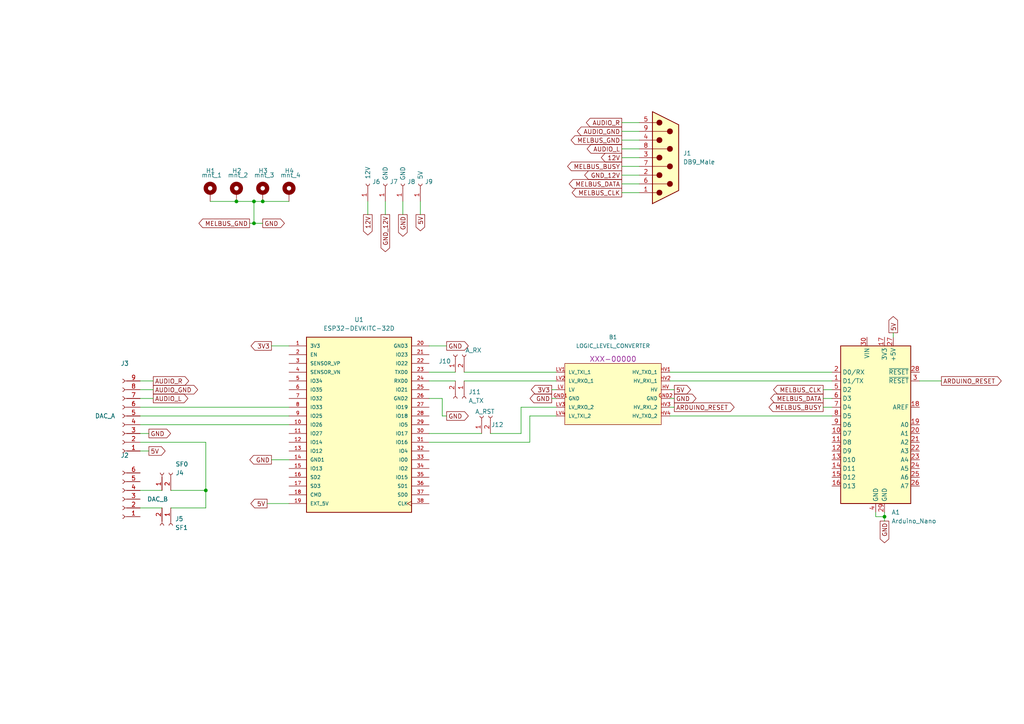
<source format=kicad_sch>
(kicad_sch (version 20211123) (generator eeschema)
  (paper "A4")
  (title_block (title "Prototype Volvo MELBUS compatible bluetooth receiver"))
  (lib_symbols
    (symbol "Connector:Conn_01x01_Female" (pin_names (offset 1.016) hide)
      (property "Reference" "J" (at 0 2.54 0))
      (property "Value" "Conn_01x01_Female" (at 0 -2.54 0))
      (symbol "Conn_01x01_Female_1_1"
        (polyline (pts (xy -1.27 0) (xy -0.508 0)) (stroke (width 0.1524)))
        (arc (start 0 0.508) (mid -0.508 0) (end 0 -0.508) (stroke (width 0.1524)))
        (pin passive line (at -5.08 0 0) (length 3.81) (name "Pin_1") (number "1"))
      )
    )
    (symbol "Connector:Conn_01x02_Female" (pin_names (offset 1.016) hide)
      (property "Reference" "J" (at 0 2.54 0))
      (property "Value" "Conn_01x02_Female" (at 0 -5.08 0))
      (symbol "Conn_01x02_Female_1_1"
        (arc (start 0 -2.032) (mid -0.508 -2.54) (end 0 -3.048) (stroke (width 0.1524)))
        (polyline (pts (xy -1.27 -2.54) (xy -0.508 -2.54)) (stroke (width 0.1524)))
        (polyline (pts (xy -1.27 0) (xy -0.508 0)) (stroke (width 0.1524)))
        (arc (start 0 0.508) (mid -0.508 0) (end 0 -0.508) (stroke (width 0.1524)))
        (pin passive line (at -5.08 0 0) (length 3.81) (name "Pin_1") (number "1"))
        (pin passive line (at -5.08 -2.54 0) (length 3.81) (name "Pin_2") (number "2"))
      )
    )
    (symbol "Connector:Conn_01x06_Female" (pin_names (offset 1.016) hide)
      (property "Reference" "J" (at 0 7.62 0))
      (property "Value" "Conn_01x06_Female" (at 0 -10.16 0))
      (symbol "Conn_01x06_Female_1_1"
        (arc (start 0 -7.112) (mid -0.508 -7.62) (end 0 -8.128) (stroke (width 0.1524)))
        (arc (start 0 -4.572) (mid -0.508 -5.08) (end 0 -5.588) (stroke (width 0.1524)))
        (arc (start 0 -2.032) (mid -0.508 -2.54) (end 0 -3.048) (stroke (width 0.1524)))
        (polyline (pts (xy -1.27 -7.62) (xy -0.508 -7.62)) (stroke (width 0.1524)))
        (polyline (pts (xy -1.27 -5.08) (xy -0.508 -5.08)) (stroke (width 0.1524)))
        (polyline (pts (xy -1.27 -2.54) (xy -0.508 -2.54)) (stroke (width 0.1524)))
        (polyline (pts (xy -1.27 0) (xy -0.508 0)) (stroke (width 0.1524)))
        (polyline (pts (xy -1.27 2.54) (xy -0.508 2.54)) (stroke (width 0.1524)))
        (polyline (pts (xy -1.27 5.08) (xy -0.508 5.08)) (stroke (width 0.1524)))
        (arc (start 0 0.508) (mid -0.508 0) (end 0 -0.508) (stroke (width 0.1524)))
        (arc (start 0 3.048) (mid -0.508 2.54) (end 0 2.032) (stroke (width 0.1524)))
        (arc (start 0 5.588) (mid -0.508 5.08) (end 0 4.572) (stroke (width 0.1524)))
        (pin passive line (at -5.08 5.08 0) (length 3.81) (name "Pin_1") (number "1"))
        (pin passive line (at -5.08 2.54 0) (length 3.81) (name "Pin_2") (number "2"))
        (pin passive line (at -5.08 0 0) (length 3.81) (name "Pin_3") (number "3"))
        (pin passive line (at -5.08 -2.54 0) (length 3.81) (name "Pin_4") (number "4"))
        (pin passive line (at -5.08 -5.08 0) (length 3.81) (name "Pin_5") (number "5"))
        (pin passive line (at -5.08 -7.62 0) (length 3.81) (name "Pin_6") (number "6"))
      )
    )
    (symbol "Connector:Conn_01x09_Female" (pin_names (offset 1.016) hide)
      (property "Reference" "J" (at 0 12.7 0))
      (property "Value" "Conn_01x09_Female" (at 0 -12.7 0))
      (symbol "Conn_01x09_Female_1_1"
        (arc (start 0 -9.652) (mid -0.508 -10.16) (end 0 -10.668) (stroke (width 0.1524)))
        (arc (start 0 -7.112) (mid -0.508 -7.62) (end 0 -8.128) (stroke (width 0.1524)))
        (arc (start 0 -4.572) (mid -0.508 -5.08) (end 0 -5.588) (stroke (width 0.1524)))
        (arc (start 0 -2.032) (mid -0.508 -2.54) (end 0 -3.048) (stroke (width 0.1524)))
        (polyline (pts (xy -1.27 -10.16) (xy -0.508 -10.16)) (stroke (width 0.1524)))
        (polyline (pts (xy -1.27 -7.62) (xy -0.508 -7.62)) (stroke (width 0.1524)))
        (polyline (pts (xy -1.27 -5.08) (xy -0.508 -5.08)) (stroke (width 0.1524)))
        (polyline (pts (xy -1.27 -2.54) (xy -0.508 -2.54)) (stroke (width 0.1524)))
        (polyline (pts (xy -1.27 0) (xy -0.508 0)) (stroke (width 0.1524)))
        (polyline (pts (xy -1.27 2.54) (xy -0.508 2.54)) (stroke (width 0.1524)))
        (polyline (pts (xy -1.27 5.08) (xy -0.508 5.08)) (stroke (width 0.1524)))
        (polyline (pts (xy -1.27 7.62) (xy -0.508 7.62)) (stroke (width 0.1524)))
        (polyline (pts (xy -1.27 10.16) (xy -0.508 10.16)) (stroke (width 0.1524)))
        (arc (start 0 0.508) (mid -0.508 0) (end 0 -0.508) (stroke (width 0.1524)))
        (arc (start 0 3.048) (mid -0.508 2.54) (end 0 2.032) (stroke (width 0.1524)))
        (arc (start 0 5.588) (mid -0.508 5.08) (end 0 4.572) (stroke (width 0.1524)))
        (arc (start 0 8.128) (mid -0.508 7.62) (end 0 7.112) (stroke (width 0.1524)))
        (arc (start 0 10.668) (mid -0.508 10.16) (end 0 9.652) (stroke (width 0.1524)))
        (pin passive line (at -5.08 10.16 0) (length 3.81) (name "Pin_1") (number "1"))
        (pin passive line (at -5.08 7.62 0) (length 3.81) (name "Pin_2") (number "2"))
        (pin passive line (at -5.08 5.08 0) (length 3.81) (name "Pin_3") (number "3"))
        (pin passive line (at -5.08 2.54 0) (length 3.81) (name "Pin_4") (number "4"))
        (pin passive line (at -5.08 0 0) (length 3.81) (name "Pin_5") (number "5"))
        (pin passive line (at -5.08 -2.54 0) (length 3.81) (name "Pin_6") (number "6"))
        (pin passive line (at -5.08 -5.08 0) (length 3.81) (name "Pin_7") (number "7"))
        (pin passive line (at -5.08 -7.62 0) (length 3.81) (name "Pin_8") (number "8"))
        (pin passive line (at -5.08 -10.16 0) (length 3.81) (name "Pin_9") (number "9"))
      )
    )
    (symbol "Connector:DB9_Male" (pin_names (offset 1.016) hide)
      (property "Reference" "J" (at 0 13.97 0))
      (property "Value" "DB9_Male" (at 0 -14.605 0))
      (symbol "DB9_Male_0_1"
        (circle (center -1.778 -10.16) (radius 0.762) (fill (type outline)))
        (circle (center -1.778 -5.08) (radius 0.762) (fill (type outline)))
        (circle (center -1.778 0) (radius 0.762) (fill (type outline)))
        (circle (center -1.778 5.08) (radius 0.762) (fill (type outline)))
        (circle (center -1.778 10.16) (radius 0.762) (fill (type outline)))
        (polyline (pts (xy -3.81 -10.16) (xy -2.54 -10.16)))
        (polyline (pts (xy -3.81 -7.62) (xy 0.508 -7.62)))
        (polyline (pts (xy -3.81 -5.08) (xy -2.54 -5.08)))
        (polyline (pts (xy -3.81 -2.54) (xy 0.508 -2.54)))
        (polyline (pts (xy -3.81 0) (xy -2.54 0)))
        (polyline (pts (xy -3.81 2.54) (xy 0.508 2.54)))
        (polyline (pts (xy -3.81 5.08) (xy -2.54 5.08)))
        (polyline (pts (xy -3.81 7.62) (xy 0.508 7.62)))
        (polyline (pts (xy -3.81 10.16) (xy -2.54 10.16)))
        (polyline (pts (xy -3.81 -13.335) (xy -3.81 13.335) (xy 3.81 9.525) (xy 3.81 -9.525) (xy -3.81 -13.335)) (stroke (width 0.254)) (fill (type background)))
        (circle (center 1.27 -7.62) (radius 0.762) (fill (type outline)))
        (circle (center 1.27 -2.54) (radius 0.762) (fill (type outline)))
        (circle (center 1.27 2.54) (radius 0.762) (fill (type outline)))
        (circle (center 1.27 7.62) (radius 0.762) (fill (type outline)))
      )
      (symbol "DB9_Male_1_1"
        (pin passive line (at -7.62 -10.16 0) (length 3.81) (name "1") (number "1"))
        (pin passive line (at -7.62 -5.08 0) (length 3.81) (name "2") (number "2"))
        (pin passive line (at -7.62 0 0) (length 3.81) (name "3") (number "3"))
        (pin passive line (at -7.62 5.08 0) (length 3.81) (name "4") (number "4"))
        (pin passive line (at -7.62 10.16 0) (length 3.81) (name "5") (number "5"))
        (pin passive line (at -7.62 -7.62 0) (length 3.81) (name "6") (number "6"))
        (pin passive line (at -7.62 -2.54 0) (length 3.81) (name "7") (number "7"))
        (pin passive line (at -7.62 2.54 0) (length 3.81) (name "8") (number "8"))
        (pin passive line (at -7.62 7.62 0) (length 3.81) (name "9") (number "9"))
      )
    )
    (symbol "ESP32-DEVKITC-32D:ESP32-DEVKITC-32D" (pin_names (offset 1.016))
      (property "Reference" "U" (at -15.2654 26.0604 0))
      (property "Value" "ESP32-DEVKITC-32D" (at -15.2654 -27.9654 0))
      (symbol "ESP32-DEVKITC-32D_0_0"
        (rectangle (start -15.24 -25.4) (end 15.24 25.4) (stroke (width 0.254)) (fill (type background)))
        (pin power_in line (at -20.32 22.86 0) (length 5.08) (name "3V3") (number "1"))
        (pin bidirectional line (at -20.32 0 0) (length 5.08) (name "IO26") (number "10"))
        (pin bidirectional line (at -20.32 -2.54 0) (length 5.08) (name "IO27") (number "11"))
        (pin bidirectional line (at -20.32 -5.08 0) (length 5.08) (name "IO14") (number "12"))
        (pin bidirectional line (at -20.32 -7.62 0) (length 5.08) (name "IO12") (number "13"))
        (pin power_in line (at -20.32 -10.16 0) (length 5.08) (name "GND1") (number "14"))
        (pin bidirectional line (at -20.32 -12.7 0) (length 5.08) (name "IO13") (number "15"))
        (pin bidirectional line (at -20.32 -15.24 0) (length 5.08) (name "SD2") (number "16"))
        (pin bidirectional line (at -20.32 -17.78 0) (length 5.08) (name "SD3") (number "17"))
        (pin bidirectional line (at -20.32 -20.32 0) (length 5.08) (name "CMD") (number "18"))
        (pin power_in line (at -20.32 -22.86 0) (length 5.08) (name "EXT_5V") (number "19"))
        (pin input line (at -20.32 20.32 0) (length 5.08) (name "EN") (number "2"))
        (pin power_in line (at 20.32 22.86 180) (length 5.08) (name "GND3") (number "20"))
        (pin bidirectional line (at 20.32 20.32 180) (length 5.08) (name "IO23") (number "21"))
        (pin bidirectional line (at 20.32 17.78 180) (length 5.08) (name "IO22") (number "22"))
        (pin output line (at 20.32 15.24 180) (length 5.08) (name "TXD0") (number "23"))
        (pin input line (at 20.32 12.7 180) (length 5.08) (name "RXD0") (number "24"))
        (pin bidirectional line (at 20.32 10.16 180) (length 5.08) (name "IO21") (number "25"))
        (pin power_in line (at 20.32 7.62 180) (length 5.08) (name "GND2") (number "26"))
        (pin bidirectional line (at 20.32 5.08 180) (length 5.08) (name "IO19") (number "27"))
        (pin bidirectional line (at 20.32 2.54 180) (length 5.08) (name "IO18") (number "28"))
        (pin bidirectional line (at 20.32 0 180) (length 5.08) (name "IO5") (number "29"))
        (pin input line (at -20.32 17.78 0) (length 5.08) (name "SENSOR_VP") (number "3"))
        (pin bidirectional line (at 20.32 -2.54 180) (length 5.08) (name "IO17") (number "30"))
        (pin bidirectional line (at 20.32 -5.08 180) (length 5.08) (name "IO16") (number "31"))
        (pin bidirectional line (at 20.32 -7.62 180) (length 5.08) (name "IO4") (number "32"))
        (pin bidirectional line (at 20.32 -10.16 180) (length 5.08) (name "IO0") (number "33"))
        (pin bidirectional line (at 20.32 -12.7 180) (length 5.08) (name "IO2") (number "34"))
        (pin bidirectional line (at 20.32 -15.24 180) (length 5.08) (name "IO15") (number "35"))
        (pin bidirectional line (at 20.32 -17.78 180) (length 5.08) (name "SD1") (number "36"))
        (pin bidirectional line (at 20.32 -20.32 180) (length 5.08) (name "SD0") (number "37"))
        (pin input clock (at 20.32 -22.86 180) (length 5.08) (name "CLK") (number "38"))
        (pin input line (at -20.32 15.24 0) (length 5.08) (name "SENSOR_VN") (number "4"))
        (pin bidirectional line (at -20.32 12.7 0) (length 5.08) (name "IO34") (number "5"))
        (pin bidirectional line (at -20.32 10.16 0) (length 5.08) (name "IO35") (number "6"))
        (pin bidirectional line (at -20.32 7.62 0) (length 5.08) (name "IO32") (number "7"))
        (pin bidirectional line (at -20.32 5.08 0) (length 5.08) (name "IO33") (number "8"))
        (pin bidirectional line (at -20.32 2.54 0) (length 5.08) (name "IO25") (number "9"))
      )
    )
    (symbol "MCU_Module:Arduino_Nano_v3.x"
      (property "Reference" "A" (at -10.16 23.495 0))
      (property "Value" "Arduino_Nano_v3.x" (at 5.08 -24.13 0))
      (symbol "Arduino_Nano_v3.x_0_1"
        (rectangle (start -10.16 22.86) (end 10.16 -22.86) (stroke (width 0.254)) (fill (type background)))
      )
      (symbol "Arduino_Nano_v3.x_1_1"
        (pin bidirectional line (at -12.7 12.7 0) (length 2.54) (name "D1/TX") (number "1"))
        (pin bidirectional line (at -12.7 -2.54 0) (length 2.54) (name "D7") (number "10"))
        (pin bidirectional line (at -12.7 -5.08 0) (length 2.54) (name "D8") (number "11"))
        (pin bidirectional line (at -12.7 -7.62 0) (length 2.54) (name "D9") (number "12"))
        (pin bidirectional line (at -12.7 -10.16 0) (length 2.54) (name "D10") (number "13"))
        (pin bidirectional line (at -12.7 -12.7 0) (length 2.54) (name "D11") (number "14"))
        (pin bidirectional line (at -12.7 -15.24 0) (length 2.54) (name "D12") (number "15"))
        (pin bidirectional line (at -12.7 -17.78 0) (length 2.54) (name "D13") (number "16"))
        (pin power_out line (at 2.54 25.4 270) (length 2.54) (name "3V3") (number "17"))
        (pin input line (at 12.7 5.08 180) (length 2.54) (name "AREF") (number "18"))
        (pin bidirectional line (at 12.7 0 180) (length 2.54) (name "A0") (number "19"))
        (pin bidirectional line (at -12.7 15.24 0) (length 2.54) (name "D0/RX") (number "2"))
        (pin bidirectional line (at 12.7 -2.54 180) (length 2.54) (name "A1") (number "20"))
        (pin bidirectional line (at 12.7 -5.08 180) (length 2.54) (name "A2") (number "21"))
        (pin bidirectional line (at 12.7 -7.62 180) (length 2.54) (name "A3") (number "22"))
        (pin bidirectional line (at 12.7 -10.16 180) (length 2.54) (name "A4") (number "23"))
        (pin bidirectional line (at 12.7 -12.7 180) (length 2.54) (name "A5") (number "24"))
        (pin bidirectional line (at 12.7 -15.24 180) (length 2.54) (name "A6") (number "25"))
        (pin bidirectional line (at 12.7 -17.78 180) (length 2.54) (name "A7") (number "26"))
        (pin power_out line (at 5.08 25.4 270) (length 2.54) (name "+5V") (number "27"))
        (pin input line (at 12.7 15.24 180) (length 2.54) (name "~{RESET}") (number "28"))
        (pin power_in line (at 2.54 -25.4 90) (length 2.54) (name "GND") (number "29"))
        (pin input line (at 12.7 12.7 180) (length 2.54) (name "~{RESET}") (number "3"))
        (pin power_in line (at -2.54 25.4 270) (length 2.54) (name "VIN") (number "30"))
        (pin power_in line (at 0 -25.4 90) (length 2.54) (name "GND") (number "4"))
        (pin bidirectional line (at -12.7 10.16 0) (length 2.54) (name "D2") (number "5"))
        (pin bidirectional line (at -12.7 7.62 0) (length 2.54) (name "D3") (number "6"))
        (pin bidirectional line (at -12.7 5.08 0) (length 2.54) (name "D4") (number "7"))
        (pin bidirectional line (at -12.7 2.54 0) (length 2.54) (name "D5") (number "8"))
        (pin bidirectional line (at -12.7 0 0) (length 2.54) (name "D6") (number "9"))
      )
    )
    (symbol "Mechanical:MountingHole_Pad" (pin_numbers hide) (pin_names (offset 1.016) hide)
      (property "Reference" "H" (at 0 6.35 0))
      (property "Value" "MountingHole_Pad" (at 0 4.445 0))
      (symbol "MountingHole_Pad_0_1"
        (circle (center 0 1.27) (radius 1.27) (stroke (width 1.27)))
      )
      (symbol "MountingHole_Pad_1_1"
        (pin input line (at 0 -2.54 90) (length 2.54) (name "1") (number "1"))
      )
    )
    (symbol "SparkFun-Boards:SPARKFUN_LOGIC_LEVEL_CONVERTER" (pin_names (offset 1.016))
      (property "Reference" "B" (at -13.97 11.43 0))
      (property "Value" "SPARKFUN_LOGIC_LEVEL_CONVERTER" (at -13.97 -10.16 0))
      (property "Field4" "XXX-00000" (at 0 12.7 0))
      (symbol "SPARKFUN_LOGIC_LEVEL_CONVERTER_1_1"
        (polyline (pts (xy -13.97 -7.62) (xy -13.97 10.16) (xy 13.97 10.16) (xy 13.97 -7.62) (xy -13.97 -7.62)) (fill (type background)))
        (pin power_in line (at -16.51 0 0) (length 2.54) (name "GND") (number "GND1"))
        (pin power_in line (at 16.51 0 180) (length 2.54) (name "GND") (number "GND2"))
        (pin power_in line (at 16.51 2.54 180) (length 2.54) (name "HV") (number "HV"))
        (pin bidirectional line (at 16.51 7.62 180) (length 2.54) (name "HV_TXO_1") (number "HV1"))
        (pin bidirectional line (at 16.51 5.08 180) (length 2.54) (name "HV_RXI_1") (number "HV2"))
        (pin bidirectional line (at 16.51 -2.54 180) (length 2.54) (name "HV_RXI_2") (number "HV3"))
        (pin bidirectional line (at 16.51 -5.08 180) (length 2.54) (name "HV_TXO_2") (number "HV4"))
        (pin power_in line (at -16.51 2.54 0) (length 2.54) (name "LV") (number "LV"))
        (pin bidirectional line (at -16.51 7.62 0) (length 2.54) (name "LV_TXI_1") (number "LV1"))
        (pin bidirectional line (at -16.51 5.08 0) (length 2.54) (name "LV_RXO_1") (number "LV2"))
        (pin bidirectional line (at -16.51 -2.54 0) (length 2.54) (name "LV_RXO_2") (number "LV3"))
        (pin bidirectional line (at -16.51 -5.08 0) (length 2.54) (name "LV_TXI_2") (number "LV4"))
      )
    )
  )
  (junction (at 73.66 64.77))
  (junction (at 256.54 149.86))
  (junction (at 59.69 142.24))
  (junction (at 68.58 58.42))
  (junction (at 73.66 58.42))
  (junction (at 76.2 58.42))
  (wire (pts (xy 194.31 113.03) (xy 195.58 113.03)))
  (wire (pts (xy 153.67 120.65) (xy 161.29 120.65)))
  (wire (pts (xy 180.34 38.1) (xy 185.42 38.1)))
  (wire (pts (xy 111.76 58.42) (xy 111.76 62.23)))
  (wire (pts (xy 180.34 50.8) (xy 185.42 50.8)))
  (wire (pts (xy 134.62 110.49) (xy 161.29 110.49)))
  (wire (pts (xy 59.69 128.27) (xy 40.64 128.27)))
  (wire (pts (xy 180.34 53.34) (xy 185.42 53.34)))
  (wire (pts (xy 238.76 113.03) (xy 241.3 113.03)))
  (wire (pts (xy 124.46 125.73) (xy 139.7 125.73)))
  (wire (pts (xy 60.96 58.42) (xy 68.58 58.42)))
  (wire (pts (xy 180.34 43.18) (xy 185.42 43.18)))
  (wire (pts (xy 180.34 55.88) (xy 185.42 55.88)))
  (wire (pts (xy 254 149.86) (xy 254 148.59)))
  (wire (pts (xy 40.64 110.49) (xy 44.45 110.49)))
  (wire (pts (xy 194.31 120.65) (xy 241.3 120.65)))
  (wire (pts (xy 106.68 58.42) (xy 106.68 62.23)))
  (wire (pts (xy 73.66 58.42) (xy 73.66 64.77)))
  (wire (pts (xy 256.54 148.59) (xy 256.54 149.86)))
  (wire (pts (xy 40.64 118.11) (xy 83.82 118.11)))
  (wire (pts (xy 59.69 142.24) (xy 59.69 128.27)))
  (wire (pts (xy 40.64 142.24) (xy 46.99 142.24)))
  (wire (pts (xy 73.66 58.42) (xy 76.2 58.42)))
  (wire (pts (xy 194.31 107.95) (xy 241.3 107.95)))
  (wire (pts (xy 73.66 64.77) (xy 76.2 64.77)))
  (wire (pts (xy 77.47 146.05) (xy 83.82 146.05)))
  (wire (pts (xy 40.64 113.03) (xy 44.45 113.03)))
  (wire (pts (xy 128.27 120.65) (xy 128.27 115.57)))
  (wire (pts (xy 76.2 58.42) (xy 83.82 58.42)))
  (wire (pts (xy 180.34 45.72) (xy 185.42 45.72)))
  (wire (pts (xy 40.64 130.81) (xy 43.18 130.81)))
  (wire (pts (xy 49.53 147.32) (xy 59.69 147.32)))
  (wire (pts (xy 160.02 115.57) (xy 161.29 115.57)))
  (wire (pts (xy 124.46 107.95) (xy 132.08 107.95)))
  (wire (pts (xy 128.27 115.57) (xy 124.46 115.57)))
  (wire (pts (xy 256.54 149.86) (xy 256.54 151.13)))
  (wire (pts (xy 238.76 118.11) (xy 241.3 118.11)))
  (wire (pts (xy 68.58 58.42) (xy 73.66 58.42)))
  (wire (pts (xy 256.54 149.86) (xy 254 149.86)))
  (wire (pts (xy 180.34 35.56) (xy 185.42 35.56)))
  (wire (pts (xy 238.76 115.57) (xy 241.3 115.57)))
  (wire (pts (xy 78.74 133.35) (xy 83.82 133.35)))
  (wire (pts (xy 142.24 125.73) (xy 151.13 125.73)))
  (wire (pts (xy 40.64 125.73) (xy 43.18 125.73)))
  (wire (pts (xy 40.64 123.19) (xy 83.82 123.19)))
  (wire (pts (xy 59.69 147.32) (xy 59.69 142.24)))
  (wire (pts (xy 134.62 107.95) (xy 161.29 107.95)))
  (wire (pts (xy 78.74 100.33) (xy 83.82 100.33)))
  (wire (pts (xy 180.34 48.26) (xy 185.42 48.26)))
  (wire (pts (xy 116.84 58.42) (xy 116.84 62.23)))
  (wire (pts (xy 49.53 142.24) (xy 59.69 142.24)))
  (wire (pts (xy 40.64 147.32) (xy 46.99 147.32)))
  (wire (pts (xy 124.46 128.27) (xy 153.67 128.27)))
  (wire (pts (xy 121.92 58.42) (xy 121.92 62.23)))
  (wire (pts (xy 160.02 113.03) (xy 161.29 113.03)))
  (wire (pts (xy 129.54 120.65) (xy 128.27 120.65)))
  (wire (pts (xy 72.39 64.77) (xy 73.66 64.77)))
  (wire (pts (xy 151.13 125.73) (xy 151.13 118.11)))
  (wire (pts (xy 259.08 96.52) (xy 259.08 97.79)))
  (wire (pts (xy 40.64 120.65) (xy 83.82 120.65)))
  (wire (pts (xy 124.46 100.33) (xy 129.54 100.33)))
  (wire (pts (xy 153.67 128.27) (xy 153.67 120.65)))
  (wire (pts (xy 194.31 118.11) (xy 195.58 118.11)))
  (wire (pts (xy 180.34 40.64) (xy 185.42 40.64)))
  (wire (pts (xy 194.31 115.57) (xy 195.58 115.57)))
  (wire (pts (xy 266.7 110.49) (xy 273.05 110.49)))
  (wire (pts (xy 124.46 110.49) (xy 132.08 110.49)))
  (wire (pts (xy 194.31 110.49) (xy 241.3 110.49)))
  (wire (pts (xy 40.64 115.57) (xy 44.45 115.57)))
  (wire (pts (xy 151.13 118.11) (xy 161.29 118.11)))
  (global_label "3V3" (shape output) (at 160.02 113.03 180) (property "Intersheet References" "${INTERSHEET_REFS}" (effects hide)))
  (global_label "GND_12V" (shape output) (at 180.34 50.8 180) (property "Intersheet References" "${INTERSHEET_REFS}" (effects hide)))
  (global_label "ARDUINO_RESET" (shape output) (at 195.58 118.11 0) (property "Intersheet References" "${INTERSHEET_REFS}" (effects hide)))
  (global_label "AUDIO_L" (shape output) (at 44.45 115.57 0) (property "Intersheet References" "${INTERSHEET_REFS}" (effects hide)))
  (global_label "GND_12V" (shape output) (at 111.76 62.23 270) (property "Intersheet References" "${INTERSHEET_REFS}" (effects hide)))
  (global_label "GND" (shape output) (at 256.54 151.13 270) (property "Intersheet References" "${INTERSHEET_REFS}" (effects hide)))
  (global_label "GND" (shape output) (at 160.02 115.57 180) (property "Intersheet References" "${INTERSHEET_REFS}" (effects hide)))
  (global_label "3V3" (shape output) (at 78.74 100.33 180) (property "Intersheet References" "${INTERSHEET_REFS}" (effects hide)))
  (global_label "MELBUS_GND" (shape output) (at 180.34 40.64 180) (property "Intersheet References" "${INTERSHEET_REFS}" (effects hide)))
  (global_label "AUDIO_R" (shape output) (at 44.45 110.49 0) (property "Intersheet References" "${INTERSHEET_REFS}" (effects hide)))
  (global_label "MELBUS_BUSY" (shape output) (at 180.34 48.26 180) (property "Intersheet References" "${INTERSHEET_REFS}" (effects hide)))
  (global_label "GND" (shape output) (at 116.84 62.23 270) (property "Intersheet References" "${INTERSHEET_REFS}" (effects hide)))
  (global_label "GND" (shape output) (at 76.2 64.77 0) (property "Intersheet References" "${INTERSHEET_REFS}" (effects hide)))
  (global_label "MELBUS_BUSY" (shape output) (at 238.76 118.11 180) (property "Intersheet References" "${INTERSHEET_REFS}" (effects hide)))
  (global_label "GND" (shape output) (at 195.58 115.57 0) (property "Intersheet References" "${INTERSHEET_REFS}" (effects hide)))
  (global_label "MELBUS_GND" (shape output) (at 72.39 64.77 180) (property "Intersheet References" "${INTERSHEET_REFS}" (effects hide)))
  (global_label "AUDIO_GND" (shape output) (at 180.34 38.1 180) (property "Intersheet References" "${INTERSHEET_REFS}" (effects hide)))
  (global_label "12V" (shape output) (at 106.68 62.23 270) (property "Intersheet References" "${INTERSHEET_REFS}" (effects hide)))
  (global_label "5V" (shape output) (at 195.58 113.03 0) (property "Intersheet References" "${INTERSHEET_REFS}" (effects hide)))
  (global_label "5V" (shape output) (at 121.92 62.23 270) (property "Intersheet References" "${INTERSHEET_REFS}" (effects hide)))
  (global_label "GND" (shape output) (at 43.18 125.73 0) (property "Intersheet References" "${INTERSHEET_REFS}" (effects hide)))
  (global_label "AUDIO_L" (shape output) (at 180.34 43.18 180) (property "Intersheet References" "${INTERSHEET_REFS}" (effects hide)))
  (global_label "MELBUS_DATA" (shape output) (at 238.76 115.57 180) (property "Intersheet References" "${INTERSHEET_REFS}" (effects hide)))
  (global_label "MELBUS_CLK" (shape output) (at 238.76 113.03 180) (property "Intersheet References" "${INTERSHEET_REFS}" (effects hide)))
  (global_label "GND" (shape output) (at 78.74 133.35 180) (property "Intersheet References" "${INTERSHEET_REFS}" (effects hide)))
  (global_label "AUDIO_GND" (shape output) (at 44.45 113.03 0) (property "Intersheet References" "${INTERSHEET_REFS}" (effects hide)))
  (global_label "MELBUS_DATA" (shape output) (at 180.34 53.34 180) (property "Intersheet References" "${INTERSHEET_REFS}" (effects hide)))
  (global_label "MELBUS_CLK" (shape output) (at 180.34 55.88 180) (property "Intersheet References" "${INTERSHEET_REFS}" (effects hide)))
  (global_label "12V" (shape output) (at 180.34 45.72 180) (property "Intersheet References" "${INTERSHEET_REFS}" (effects hide)))
  (global_label "ARDUINO_RESET" (shape output) (at 273.05 110.49 0) (property "Intersheet References" "${INTERSHEET_REFS}" (effects hide)))
  (global_label "GND" (shape output) (at 129.54 120.65 0) (property "Intersheet References" "${INTERSHEET_REFS}" (effects hide)))
  (global_label "AUDIO_R" (shape output) (at 180.34 35.56 180) (property "Intersheet References" "${INTERSHEET_REFS}" (effects hide)))
  (global_label "5V" (shape output) (at 43.18 130.81 0) (property "Intersheet References" "${INTERSHEET_REFS}" (effects hide)))
  (global_label "5V" (shape output) (at 77.47 146.05 180) (property "Intersheet References" "${INTERSHEET_REFS}" (effects hide)))
  (global_label "5V" (shape output) (at 259.08 96.52 90) (property "Intersheet References" "${INTERSHEET_REFS}" (effects hide)))
  (global_label "GND" (shape output) (at 129.54 100.33 0) (property "Intersheet References" "${INTERSHEET_REFS}" (effects hide)))
  (symbol (lib_id "Mechanical:MountingHole_Pad") (at 83.82 55.88 0) (unit 1)
    (property "Reference" "H4" (at 82.55 49.53 0) (effects (justify left)))
    (property "Value" "mnt_4" (at 81.28 50.8 0) (effects (justify left)))
    (property "Footprint" "MountingHole:MountingHole_2.5mm_Pad" (effects hide))
  )
  (symbol (lib_id "Mechanical:MountingHole_Pad") (at 60.96 55.88 0) (unit 1)
    (property "Reference" "H1" (at 59.69 49.53 0) (effects (justify left)))
    (property "Value" "mnt_1" (at 58.42 50.8 0) (effects (justify left)))
    (property "Footprint" "MountingHole:MountingHole_2.5mm_Pad" (effects hide))
  )
  (symbol (lib_id "Mechanical:MountingHole_Pad") (at 68.58 55.88 0) (unit 1)
    (property "Reference" "H2" (at 67.31 49.53 0) (effects (justify left)))
    (property "Value" "mnt_2" (at 66.04 50.8 0) (effects (justify left)))
    (property "Footprint" "MountingHole:MountingHole_2.5mm_Pad" (effects hide))
  )
  (symbol (lib_id "Connector:Conn_01x09_Female") (at 35.56 120.65 180) (unit 1)
    (property "Reference" "J3" (at 36.195 105.41 0))
    (property "Value" "DAC_A" (at 30.48 120.65 0))
    (property "Footprint" "Connector_PinSocket_2.54mm:PinSocket_1x09_P2.54mm_Vertical" (effects hide))
  )
  (symbol (lib_id "Connector:Conn_01x01_Female") (at 121.92 53.34 90) (unit 1)
    (property "Reference" "J9" (at 123.19 52.7049 90) (effects (justify right)))
    (property "Value" "5V" (at 121.92 49.53 0) (effects (justify right)))
    (property "Footprint" "Connector_PinSocket_2.54mm:PinSocket_1x01_P2.54mm_Vertical" (effects hide))
  )
  (symbol (lib_id "Connector:Conn_01x02_Female") (at 134.62 115.57 270) (unit 1)
    (property "Reference" "J11" (at 135.89 113.6649 90) (effects (justify left)))
    (property "Value" "A_TX" (at 135.89 116.2049 90) (effects (justify left)))
    (property "Footprint" "Connectors:1X02_NO_SILK" (effects hide))
  )
  (symbol (lib_id "Connector:Conn_01x02_Female") (at 132.08 102.87 90) (unit 1)
    (property "Reference" "J10" (at 130.81 104.7751 90) (effects (justify left)))
    (property "Value" "A_RX" (at 139.7 101.6 90) (effects (justify left)))
    (property "Footprint" "Connectors:1X02_NO_SILK" (effects hide))
  )
  (symbol (lib_id "Connector:Conn_01x06_Female") (at 35.56 144.78 180) (unit 1)
    (property "Reference" "J2" (at 36.195 132.08 0))
    (property "Value" "DAC_B" (at 45.72 144.78 0))
    (property "Footprint" "Connector_PinSocket_2.54mm:PinSocket_1x06_P2.54mm_Vertical" (effects hide))
  )
  (symbol (lib_id "MCU_Module:Arduino_Nano_v3.x") (at 254 123.19 0) (unit 1)
    (property "Reference" "A1" (at 258.5594 148.59 0) (effects (justify left)))
    (property "Value" "Arduino_Nano" (at 258.5594 151.13 0) (effects (justify left)))
    (property "Footprint" "Module:Arduino_Nano" (effects hide))
    (property "Datasheet" "http://www.mouser.com/pdfdocs/Gravitech_Arduino_Nano3_0.pdf" (effects hide))
  )
  (symbol (lib_id "Mechanical:MountingHole_Pad") (at 76.2 55.88 0) (unit 1)
    (property "Reference" "H3" (at 74.93 49.53 0) (effects (justify left)))
    (property "Value" "mnt_3" (at 73.66 50.8 0) (effects (justify left)))
    (property "Footprint" "MountingHole:MountingHole_2.5mm_Pad" (effects hide))
  )
  (symbol (lib_id "Connector:Conn_01x02_Female") (at 46.99 137.16 90) (unit 1)
    (property "Reference" "J4" (at 53.34 137.16 90) (effects (justify left)))
    (property "Value" "SF0" (at 54.61 134.62 90) (effects (justify left)))
    (property "Footprint" "Connectors:1X02_NO_SILK" (effects hide))
  )
  (symbol (lib_id "SparkFun-Boards:SPARKFUN_LOGIC_LEVEL_CONVERTER") (at 177.8 115.57 0) (unit 1)
    (property "Reference" "B1" (at 177.8 97.79 0) (effects (font (size 1.143 1.143))))
    (property "Value" "LOGIC_LEVEL_CONVERTER" (at 177.8 100.33 0) (effects (font (size 1.143 1.143))))
    (property "Footprint" "Boards:SPARKFUN_LOGIC_LEVEL_CONVERTER" (effects hide))
    (property "Field4" "XXX-00000" (at 177.8 104.14 0) (effects (font (size 1.524 1.524))))
  )
  (symbol (lib_id "Connector:Conn_01x01_Female") (at 116.84 53.34 90) (unit 1)
    (property "Reference" "J8" (at 118.11 52.7049 90) (effects (justify right)))
    (property "Value" "GND" (at 116.84 48.26 0) (effects (justify right)))
    (property "Footprint" "Connector_PinSocket_2.54mm:PinSocket_1x01_P2.54mm_Vertical" (effects hide))
  )
  (symbol (lib_id "ESP32-DEVKITC-32D:ESP32-DEVKITC-32D") (at 104.14 123.19 0) (unit 1)
    (property "Reference" "U1" (at 104.14 92.71 0))
    (property "Value" "ESP32-DEVKITC-32D" (at 104.14 95.25 0))
    (property "Footprint" "esp32:MODULE_ESP32-DEVKITC-32D" (effects hide))
    (property "MANUFACTURER" "Espressif Systems" (effects hide))
    (property "PARTREV" "4" (effects hide))
  )
  (symbol (lib_id "Connector:DB9_Male") (at 193.04 45.72 0) (unit 1)
    (property "Reference" "J1" (at 198.12 44.4499 0) (effects (justify left)))
    (property "Value" "DB9_Male" (at 198.12 46.9899 0) (effects (justify left)))
    (property "Footprint" "Connector_Dsub:DSUB-9_Male_Horizontal_P2.77x2.84mm_EdgePinOffset7.70mm_Housed_MountingHolesOffset9.12mm" (effects hide))
    (property "Datasheet" " ~" (effects hide))
  )
  (symbol (lib_id "Connector:Conn_01x02_Female") (at 49.53 152.4 270) (unit 1)
    (property "Reference" "J5" (at 50.8 150.4949 90) (effects (justify left)))
    (property "Value" "SF1" (at 50.8 153.0349 90) (effects (justify left)))
    (property "Footprint" "Connectors:1X02_NO_SILK" (effects hide))
  )
  (symbol (lib_id "Connector:Conn_01x01_Female") (at 111.76 53.34 90) (unit 1)
    (property "Reference" "J7" (at 113.03 52.7049 90) (effects (justify right)))
    (property "Value" "GND" (at 111.76 48.26 0) (effects (justify right)))
    (property "Footprint" "Connector_PinSocket_2.54mm:PinSocket_1x01_P2.54mm_Vertical" (effects hide))
  )
  (symbol (lib_id "Connector:Conn_01x02_Female") (at 139.7 120.65 90) (unit 1)
    (property "Reference" "J12" (at 146.05 123.19 90) (effects (justify left)))
    (property "Value" "A_RST" (at 143.51 119.38 90) (effects (justify left)))
    (property "Footprint" "Connectors:1X02_NO_SILK" (effects hide))
  )
  (symbol (lib_id "Connector:Conn_01x01_Female") (at 106.68 53.34 90) (unit 1)
    (property "Reference" "J6" (at 107.95 52.7049 90) (effects (justify right)))
    (property "Value" "12V" (at 106.68 48.26 0) (effects (justify right)))
    (property "Footprint" "Connector_PinSocket_2.54mm:PinSocket_1x01_P2.54mm_Vertical" (effects hide))
  )
)
</source>
